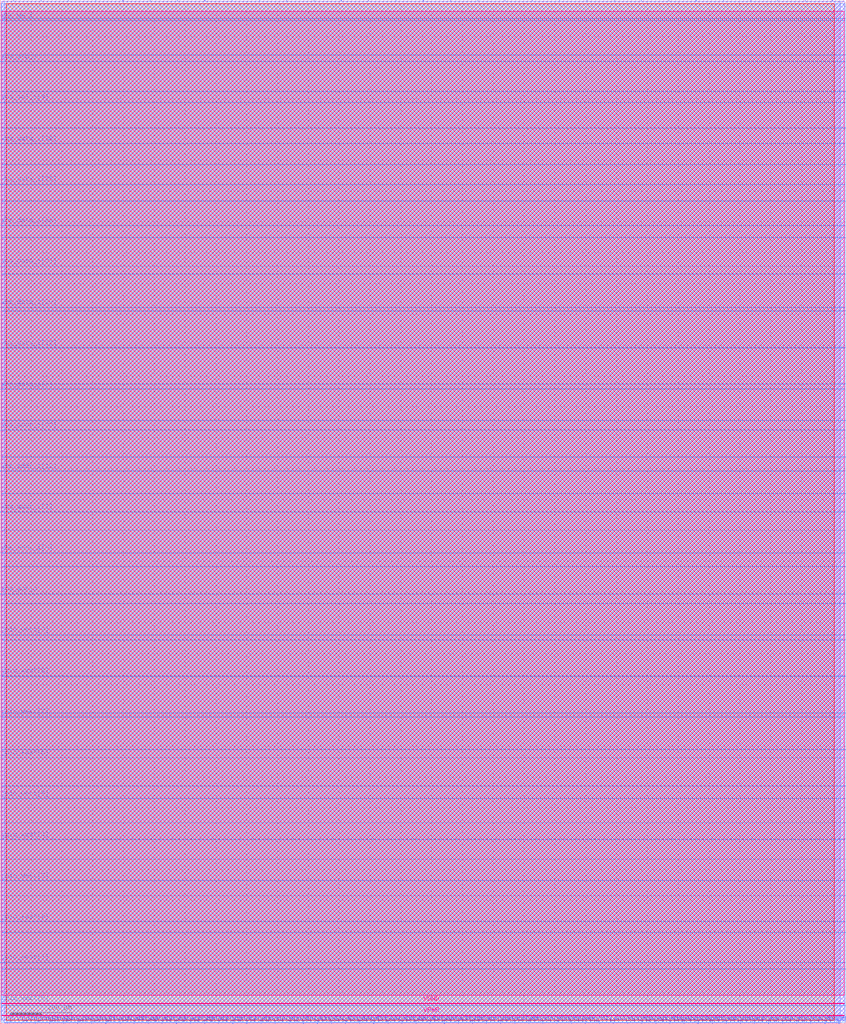
<source format=lef>
VERSION 5.7 ;
  NOWIREEXTENSIONATPIN ON ;
  DIVIDERCHAR "/" ;
  BUSBITCHARS "[]" ;
MACRO fpga
  CLASS BLOCK ;
  FOREIGN fpga ;
  ORIGIN 0.000 0.000 ;
  SIZE 2745.000 BY 3320.000 ;
  PIN gpio_east[0]
    DIRECTION INOUT ;
    PORT
      LAYER met3 ;
        RECT 2741.000 59.200 2745.000 59.800 ;
    END
  END gpio_east[0]
  PIN gpio_east[1]
    DIRECTION INOUT ;
    PORT
      LAYER met3 ;
        RECT 2741.000 177.520 2745.000 178.120 ;
    END
  END gpio_east[1]
  PIN gpio_east[2]
    DIRECTION INOUT ;
    PORT
      LAYER met3 ;
        RECT 2741.000 295.840 2745.000 296.440 ;
    END
  END gpio_east[2]
  PIN gpio_east[3]
    DIRECTION INOUT ;
    PORT
      LAYER met3 ;
        RECT 2741.000 414.840 2745.000 415.440 ;
    END
  END gpio_east[3]
  PIN gpio_east[4]
    DIRECTION INOUT ;
    PORT
      LAYER met3 ;
        RECT 2741.000 533.160 2745.000 533.760 ;
    END
  END gpio_east[4]
  PIN gpio_east[5]
    DIRECTION INOUT ;
    PORT
      LAYER met3 ;
        RECT 2741.000 651.480 2745.000 652.080 ;
    END
  END gpio_east[5]
  PIN gpio_east[6]
    DIRECTION INOUT ;
    PORT
      LAYER met3 ;
        RECT 2741.000 770.480 2745.000 771.080 ;
    END
  END gpio_east[6]
  PIN gpio_east[7]
    DIRECTION INOUT ;
    PORT
      LAYER met3 ;
        RECT 2741.000 888.800 2745.000 889.400 ;
    END
  END gpio_east[7]
  PIN gpio_east[8]
    DIRECTION INOUT ;
    PORT
      LAYER met3 ;
        RECT 2741.000 1007.120 2745.000 1007.720 ;
    END
  END gpio_east[8]
  PIN gpio_east[9]
    DIRECTION INOUT ;
    PORT
      LAYER met3 ;
        RECT 2741.000 1126.120 2745.000 1126.720 ;
    END
  END gpio_east[9]
  PIN gpio_north[0]
    DIRECTION INOUT ;
    PORT
      LAYER met2 ;
        RECT 44.250 3316.000 44.530 3320.000 ;
    END
  END gpio_north[0]
  PIN gpio_north[1]
    DIRECTION INOUT ;
    PORT
      LAYER met2 ;
        RECT 132.570 3316.000 132.850 3320.000 ;
    END
  END gpio_north[1]
  PIN gpio_north[2]
    DIRECTION INOUT ;
    PORT
      LAYER met2 ;
        RECT 220.890 3316.000 221.170 3320.000 ;
    END
  END gpio_north[2]
  PIN gpio_north[3]
    DIRECTION INOUT ;
    PORT
      LAYER met2 ;
        RECT 309.670 3316.000 309.950 3320.000 ;
    END
  END gpio_north[3]
  PIN gpio_north[4]
    DIRECTION INOUT ;
    PORT
      LAYER met2 ;
        RECT 397.990 3316.000 398.270 3320.000 ;
    END
  END gpio_north[4]
  PIN gpio_north[5]
    DIRECTION INOUT ;
    PORT
      LAYER met2 ;
        RECT 486.770 3316.000 487.050 3320.000 ;
    END
  END gpio_north[5]
  PIN gpio_north[6]
    DIRECTION INOUT ;
    PORT
      LAYER met2 ;
        RECT 575.090 3316.000 575.370 3320.000 ;
    END
  END gpio_north[6]
  PIN gpio_north[7]
    DIRECTION INOUT ;
    PORT
      LAYER met2 ;
        RECT 663.870 3316.000 664.150 3320.000 ;
    END
  END gpio_north[7]
  PIN gpio_north[8]
    DIRECTION INOUT ;
    PORT
      LAYER met2 ;
        RECT 752.190 3316.000 752.470 3320.000 ;
    END
  END gpio_north[8]
  PIN gpio_north[9]
    DIRECTION INOUT ;
    PORT
      LAYER met2 ;
        RECT 840.970 3316.000 841.250 3320.000 ;
    END
  END gpio_north[9]
  PIN gpio_south[0]
    DIRECTION INOUT ;
    PORT
      LAYER met2 ;
        RECT 22.630 0.000 22.910 4.000 ;
    END
  END gpio_south[0]
  PIN gpio_south[1]
    DIRECTION INOUT ;
    PORT
      LAYER met2 ;
        RECT 68.170 0.000 68.450 4.000 ;
    END
  END gpio_south[1]
  PIN gpio_south[2]
    DIRECTION INOUT ;
    PORT
      LAYER met2 ;
        RECT 113.710 0.000 113.990 4.000 ;
    END
  END gpio_south[2]
  PIN gpio_south[3]
    DIRECTION INOUT ;
    PORT
      LAYER met2 ;
        RECT 159.710 0.000 159.990 4.000 ;
    END
  END gpio_south[3]
  PIN gpio_south[4]
    DIRECTION INOUT ;
    PORT
      LAYER met2 ;
        RECT 205.250 0.000 205.530 4.000 ;
    END
  END gpio_south[4]
  PIN gpio_south[5]
    DIRECTION INOUT ;
    PORT
      LAYER met2 ;
        RECT 251.250 0.000 251.530 4.000 ;
    END
  END gpio_south[5]
  PIN gpio_south[6]
    DIRECTION INOUT ;
    PORT
      LAYER met2 ;
        RECT 296.790 0.000 297.070 4.000 ;
    END
  END gpio_south[6]
  PIN gpio_south[7]
    DIRECTION INOUT ;
    PORT
      LAYER met2 ;
        RECT 342.790 0.000 343.070 4.000 ;
    END
  END gpio_south[7]
  PIN gpio_west[0]
    DIRECTION INOUT ;
    PORT
      LAYER met3 ;
        RECT 0.000 66.000 4.000 66.600 ;
    END
  END gpio_west[0]
  PIN gpio_west[1]
    DIRECTION INOUT ;
    PORT
      LAYER met3 ;
        RECT 0.000 198.600 4.000 199.200 ;
    END
  END gpio_west[1]
  PIN gpio_west[2]
    DIRECTION INOUT ;
    PORT
      LAYER met3 ;
        RECT 0.000 331.200 4.000 331.800 ;
    END
  END gpio_west[2]
  PIN gpio_west[3]
    DIRECTION INOUT ;
    PORT
      LAYER met3 ;
        RECT 0.000 463.800 4.000 464.400 ;
    END
  END gpio_west[3]
  PIN gpio_west[4]
    DIRECTION INOUT ;
    PORT
      LAYER met3 ;
        RECT 0.000 597.080 4.000 597.680 ;
    END
  END gpio_west[4]
  PIN gpio_west[5]
    DIRECTION INOUT ;
    PORT
      LAYER met3 ;
        RECT 0.000 729.680 4.000 730.280 ;
    END
  END gpio_west[5]
  PIN gpio_west[6]
    DIRECTION INOUT ;
    PORT
      LAYER met3 ;
        RECT 0.000 862.280 4.000 862.880 ;
    END
  END gpio_west[6]
  PIN gpio_west[7]
    DIRECTION INOUT ;
    PORT
      LAYER met3 ;
        RECT 0.000 994.880 4.000 995.480 ;
    END
  END gpio_west[7]
  PIN gpio_west[8]
    DIRECTION INOUT ;
    PORT
      LAYER met3 ;
        RECT 0.000 1128.160 4.000 1128.760 ;
    END
  END gpio_west[8]
  PIN gpio_west[9]
    DIRECTION INOUT ;
    PORT
      LAYER met3 ;
        RECT 0.000 1260.760 4.000 1261.360 ;
    END
  END gpio_west[9]
  PIN wb_clk_i
    DIRECTION INPUT ;
    PORT
      LAYER met2 ;
        RECT 1852.510 0.000 1852.790 4.000 ;
    END
  END wb_clk_i
  PIN wb_rst_i
    DIRECTION INPUT ;
    PORT
      LAYER met2 ;
        RECT 1898.050 0.000 1898.330 4.000 ;
    END
  END wb_rst_i
  PIN wbs_ack_o
    DIRECTION OUTPUT TRISTATE ;
    PORT
      LAYER met3 ;
        RECT 0.000 1393.360 4.000 1393.960 ;
    END
  END wbs_ack_o
  PIN wbs_addr_i[0]
    DIRECTION INPUT ;
    PORT
      LAYER met3 ;
        RECT 0.000 1526.640 4.000 1527.240 ;
    END
  END wbs_addr_i[0]
  PIN wbs_addr_i[10]
    DIRECTION INPUT ;
    PORT
      LAYER met3 ;
        RECT 2741.000 1600.080 2745.000 1600.680 ;
    END
  END wbs_addr_i[10]
  PIN wbs_addr_i[11]
    DIRECTION INPUT ;
    PORT
      LAYER met2 ;
        RECT 2035.130 0.000 2035.410 4.000 ;
    END
  END wbs_addr_i[11]
  PIN wbs_addr_i[12]
    DIRECTION INPUT ;
    PORT
      LAYER met3 ;
        RECT 0.000 1791.840 4.000 1792.440 ;
    END
  END wbs_addr_i[12]
  PIN wbs_addr_i[13]
    DIRECTION INPUT ;
    PORT
      LAYER met2 ;
        RECT 2081.130 0.000 2081.410 4.000 ;
    END
  END wbs_addr_i[13]
  PIN wbs_addr_i[14]
    DIRECTION INPUT ;
    PORT
      LAYER met2 ;
        RECT 2126.670 0.000 2126.950 4.000 ;
    END
  END wbs_addr_i[14]
  PIN wbs_addr_i[15]
    DIRECTION INPUT ;
    PORT
      LAYER met2 ;
        RECT 2172.670 0.000 2172.950 4.000 ;
    END
  END wbs_addr_i[15]
  PIN wbs_addr_i[16]
    DIRECTION INPUT ;
    PORT
      LAYER met3 ;
        RECT 2741.000 1719.080 2745.000 1719.680 ;
    END
  END wbs_addr_i[16]
  PIN wbs_addr_i[17]
    DIRECTION INPUT ;
    PORT
      LAYER met2 ;
        RECT 1195.170 3316.000 1195.450 3320.000 ;
    END
  END wbs_addr_i[17]
  PIN wbs_addr_i[18]
    DIRECTION INPUT ;
    PORT
      LAYER met2 ;
        RECT 1283.490 3316.000 1283.770 3320.000 ;
    END
  END wbs_addr_i[18]
  PIN wbs_addr_i[19]
    DIRECTION INPUT ;
    PORT
      LAYER met3 ;
        RECT 2741.000 1837.400 2745.000 1838.000 ;
    END
  END wbs_addr_i[19]
  PIN wbs_addr_i[1]
    DIRECTION INPUT ;
    PORT
      LAYER met3 ;
        RECT 0.000 1659.240 4.000 1659.840 ;
    END
  END wbs_addr_i[1]
  PIN wbs_addr_i[20]
    DIRECTION INPUT ;
    PORT
      LAYER met2 ;
        RECT 2218.210 0.000 2218.490 4.000 ;
    END
  END wbs_addr_i[20]
  PIN wbs_addr_i[21]
    DIRECTION INPUT ;
    PORT
      LAYER met3 ;
        RECT 2741.000 1955.720 2745.000 1956.320 ;
    END
  END wbs_addr_i[21]
  PIN wbs_addr_i[22]
    DIRECTION INPUT ;
    PORT
      LAYER met3 ;
        RECT 0.000 1924.440 4.000 1925.040 ;
    END
  END wbs_addr_i[22]
  PIN wbs_addr_i[23]
    DIRECTION INPUT ;
    PORT
      LAYER met2 ;
        RECT 1372.270 3316.000 1372.550 3320.000 ;
    END
  END wbs_addr_i[23]
  PIN wbs_addr_i[24]
    DIRECTION INPUT ;
    PORT
      LAYER met2 ;
        RECT 1460.590 3316.000 1460.870 3320.000 ;
    END
  END wbs_addr_i[24]
  PIN wbs_addr_i[25]
    DIRECTION INPUT ;
    PORT
      LAYER met3 ;
        RECT 2741.000 2074.720 2745.000 2075.320 ;
    END
  END wbs_addr_i[25]
  PIN wbs_addr_i[26]
    DIRECTION INPUT ;
    PORT
      LAYER met2 ;
        RECT 1549.370 3316.000 1549.650 3320.000 ;
    END
  END wbs_addr_i[26]
  PIN wbs_addr_i[27]
    DIRECTION INPUT ;
    PORT
      LAYER met3 ;
        RECT 2741.000 2193.040 2745.000 2193.640 ;
    END
  END wbs_addr_i[27]
  PIN wbs_addr_i[28]
    DIRECTION INPUT ;
    PORT
      LAYER met2 ;
        RECT 2264.210 0.000 2264.490 4.000 ;
    END
  END wbs_addr_i[28]
  PIN wbs_addr_i[29]
    DIRECTION INPUT ;
    PORT
      LAYER met3 ;
        RECT 2741.000 2311.360 2745.000 2311.960 ;
    END
  END wbs_addr_i[29]
  PIN wbs_addr_i[2]
    DIRECTION INPUT ;
    PORT
      LAYER met3 ;
        RECT 2741.000 1244.440 2745.000 1245.040 ;
    END
  END wbs_addr_i[2]
  PIN wbs_addr_i[30]
    DIRECTION INPUT ;
    PORT
      LAYER met2 ;
        RECT 1637.690 3316.000 1637.970 3320.000 ;
    END
  END wbs_addr_i[30]
  PIN wbs_addr_i[31]
    DIRECTION INPUT ;
    PORT
      LAYER met3 ;
        RECT 2741.000 2430.360 2745.000 2430.960 ;
    END
  END wbs_addr_i[31]
  PIN wbs_addr_i[3]
    DIRECTION INPUT ;
    PORT
      LAYER met3 ;
        RECT 2741.000 1362.760 2745.000 1363.360 ;
    END
  END wbs_addr_i[3]
  PIN wbs_addr_i[4]
    DIRECTION INPUT ;
    PORT
      LAYER met3 ;
        RECT 2741.000 1481.760 2745.000 1482.360 ;
    END
  END wbs_addr_i[4]
  PIN wbs_addr_i[5]
    DIRECTION INPUT ;
    PORT
      LAYER met2 ;
        RECT 929.290 3316.000 929.570 3320.000 ;
    END
  END wbs_addr_i[5]
  PIN wbs_addr_i[6]
    DIRECTION INPUT ;
    PORT
      LAYER met2 ;
        RECT 1943.590 0.000 1943.870 4.000 ;
    END
  END wbs_addr_i[6]
  PIN wbs_addr_i[7]
    DIRECTION INPUT ;
    PORT
      LAYER met2 ;
        RECT 1018.070 3316.000 1018.350 3320.000 ;
    END
  END wbs_addr_i[7]
  PIN wbs_addr_i[8]
    DIRECTION INPUT ;
    PORT
      LAYER met2 ;
        RECT 1989.590 0.000 1989.870 4.000 ;
    END
  END wbs_addr_i[8]
  PIN wbs_addr_i[9]
    DIRECTION INPUT ;
    PORT
      LAYER met2 ;
        RECT 1106.390 3316.000 1106.670 3320.000 ;
    END
  END wbs_addr_i[9]
  PIN wbs_cyc_i
    DIRECTION INPUT ;
    PORT
      LAYER met3 ;
        RECT 2741.000 2548.680 2745.000 2549.280 ;
    END
  END wbs_cyc_i
  PIN wbs_data_i[0]
    DIRECTION INPUT ;
    PORT
      LAYER met2 ;
        RECT 1726.470 3316.000 1726.750 3320.000 ;
    END
  END wbs_data_i[0]
  PIN wbs_data_i[10]
    DIRECTION INPUT ;
    PORT
      LAYER met2 ;
        RECT 1991.890 3316.000 1992.170 3320.000 ;
    END
  END wbs_data_i[10]
  PIN wbs_data_i[11]
    DIRECTION INPUT ;
    PORT
      LAYER met2 ;
        RECT 2080.670 3316.000 2080.950 3320.000 ;
    END
  END wbs_data_i[11]
  PIN wbs_data_i[12]
    DIRECTION INPUT ;
    PORT
      LAYER met3 ;
        RECT 0.000 2190.320 4.000 2190.920 ;
    END
  END wbs_data_i[12]
  PIN wbs_data_i[13]
    DIRECTION INPUT ;
    PORT
      LAYER met2 ;
        RECT 2168.990 3316.000 2169.270 3320.000 ;
    END
  END wbs_data_i[13]
  PIN wbs_data_i[14]
    DIRECTION INPUT ;
    PORT
      LAYER met2 ;
        RECT 2538.370 0.000 2538.650 4.000 ;
    END
  END wbs_data_i[14]
  PIN wbs_data_i[15]
    DIRECTION INPUT ;
    PORT
      LAYER met3 ;
        RECT 2741.000 2786.000 2745.000 2786.600 ;
    END
  END wbs_data_i[15]
  PIN wbs_data_i[16]
    DIRECTION INPUT ;
    PORT
      LAYER met2 ;
        RECT 2257.770 3316.000 2258.050 3320.000 ;
    END
  END wbs_data_i[16]
  PIN wbs_data_i[17]
    DIRECTION INPUT ;
    PORT
      LAYER met2 ;
        RECT 2346.090 3316.000 2346.370 3320.000 ;
    END
  END wbs_data_i[17]
  PIN wbs_data_i[18]
    DIRECTION INPUT ;
    PORT
      LAYER met3 ;
        RECT 2741.000 2904.320 2745.000 2904.920 ;
    END
  END wbs_data_i[18]
  PIN wbs_data_i[19]
    DIRECTION INPUT ;
    PORT
      LAYER met3 ;
        RECT 2741.000 3022.640 2745.000 3023.240 ;
    END
  END wbs_data_i[19]
  PIN wbs_data_i[1]
    DIRECTION INPUT ;
    PORT
      LAYER met2 ;
        RECT 1814.790 3316.000 1815.070 3320.000 ;
    END
  END wbs_data_i[1]
  PIN wbs_data_i[20]
    DIRECTION INPUT ;
    PORT
      LAYER met3 ;
        RECT 0.000 2322.920 4.000 2323.520 ;
    END
  END wbs_data_i[20]
  PIN wbs_data_i[21]
    DIRECTION INPUT ;
    PORT
      LAYER met3 ;
        RECT 0.000 2456.200 4.000 2456.800 ;
    END
  END wbs_data_i[21]
  PIN wbs_data_i[22]
    DIRECTION INPUT ;
    PORT
      LAYER met3 ;
        RECT 0.000 2588.800 4.000 2589.400 ;
    END
  END wbs_data_i[22]
  PIN wbs_data_i[23]
    DIRECTION INPUT ;
    PORT
      LAYER met3 ;
        RECT 2741.000 3141.640 2745.000 3142.240 ;
    END
  END wbs_data_i[23]
  PIN wbs_data_i[24]
    DIRECTION INPUT ;
    PORT
      LAYER met2 ;
        RECT 2434.870 3316.000 2435.150 3320.000 ;
    END
  END wbs_data_i[24]
  PIN wbs_data_i[25]
    DIRECTION INPUT ;
    PORT
      LAYER met3 ;
        RECT 0.000 2721.400 4.000 2722.000 ;
    END
  END wbs_data_i[25]
  PIN wbs_data_i[26]
    DIRECTION INPUT ;
    PORT
      LAYER met2 ;
        RECT 2523.190 3316.000 2523.470 3320.000 ;
    END
  END wbs_data_i[26]
  PIN wbs_data_i[27]
    DIRECTION INPUT ;
    PORT
      LAYER met3 ;
        RECT 2741.000 3259.960 2745.000 3260.560 ;
    END
  END wbs_data_i[27]
  PIN wbs_data_i[28]
    DIRECTION INPUT ;
    PORT
      LAYER met2 ;
        RECT 2611.970 3316.000 2612.250 3320.000 ;
    END
  END wbs_data_i[28]
  PIN wbs_data_i[29]
    DIRECTION INPUT ;
    PORT
      LAYER met2 ;
        RECT 2584.370 0.000 2584.650 4.000 ;
    END
  END wbs_data_i[29]
  PIN wbs_data_i[2]
    DIRECTION INPUT ;
    PORT
      LAYER met2 ;
        RECT 2309.750 0.000 2310.030 4.000 ;
    END
  END wbs_data_i[2]
  PIN wbs_data_i[30]
    DIRECTION INPUT ;
    PORT
      LAYER met3 ;
        RECT 0.000 2854.000 4.000 2854.600 ;
    END
  END wbs_data_i[30]
  PIN wbs_data_i[31]
    DIRECTION INPUT ;
    PORT
      LAYER met2 ;
        RECT 2629.910 0.000 2630.190 4.000 ;
    END
  END wbs_data_i[31]
  PIN wbs_data_i[3]
    DIRECTION INPUT ;
    PORT
      LAYER met3 ;
        RECT 0.000 2057.720 4.000 2058.320 ;
    END
  END wbs_data_i[3]
  PIN wbs_data_i[4]
    DIRECTION INPUT ;
    PORT
      LAYER met2 ;
        RECT 1903.570 3316.000 1903.850 3320.000 ;
    END
  END wbs_data_i[4]
  PIN wbs_data_i[5]
    DIRECTION INPUT ;
    PORT
      LAYER met2 ;
        RECT 2355.290 0.000 2355.570 4.000 ;
    END
  END wbs_data_i[5]
  PIN wbs_data_i[6]
    DIRECTION INPUT ;
    PORT
      LAYER met2 ;
        RECT 2401.290 0.000 2401.570 4.000 ;
    END
  END wbs_data_i[6]
  PIN wbs_data_i[7]
    DIRECTION INPUT ;
    PORT
      LAYER met3 ;
        RECT 2741.000 2667.000 2745.000 2667.600 ;
    END
  END wbs_data_i[7]
  PIN wbs_data_i[8]
    DIRECTION INPUT ;
    PORT
      LAYER met2 ;
        RECT 2446.830 0.000 2447.110 4.000 ;
    END
  END wbs_data_i[8]
  PIN wbs_data_i[9]
    DIRECTION INPUT ;
    PORT
      LAYER met2 ;
        RECT 2492.830 0.000 2493.110 4.000 ;
    END
  END wbs_data_i[9]
  PIN wbs_data_o[0]
    DIRECTION OUTPUT TRISTATE ;
    PORT
      LAYER met2 ;
        RECT 388.330 0.000 388.610 4.000 ;
    END
  END wbs_data_o[0]
  PIN wbs_data_o[10]
    DIRECTION OUTPUT TRISTATE ;
    PORT
      LAYER met2 ;
        RECT 846.030 0.000 846.310 4.000 ;
    END
  END wbs_data_o[10]
  PIN wbs_data_o[11]
    DIRECTION OUTPUT TRISTATE ;
    PORT
      LAYER met2 ;
        RECT 891.570 0.000 891.850 4.000 ;
    END
  END wbs_data_o[11]
  PIN wbs_data_o[12]
    DIRECTION OUTPUT TRISTATE ;
    PORT
      LAYER met2 ;
        RECT 937.570 0.000 937.850 4.000 ;
    END
  END wbs_data_o[12]
  PIN wbs_data_o[13]
    DIRECTION OUTPUT TRISTATE ;
    PORT
      LAYER met2 ;
        RECT 983.110 0.000 983.390 4.000 ;
    END
  END wbs_data_o[13]
  PIN wbs_data_o[14]
    DIRECTION OUTPUT TRISTATE ;
    PORT
      LAYER met2 ;
        RECT 1028.650 0.000 1028.930 4.000 ;
    END
  END wbs_data_o[14]
  PIN wbs_data_o[15]
    DIRECTION OUTPUT TRISTATE ;
    PORT
      LAYER met2 ;
        RECT 1074.650 0.000 1074.930 4.000 ;
    END
  END wbs_data_o[15]
  PIN wbs_data_o[16]
    DIRECTION OUTPUT TRISTATE ;
    PORT
      LAYER met2 ;
        RECT 1120.190 0.000 1120.470 4.000 ;
    END
  END wbs_data_o[16]
  PIN wbs_data_o[17]
    DIRECTION OUTPUT TRISTATE ;
    PORT
      LAYER met2 ;
        RECT 1166.190 0.000 1166.470 4.000 ;
    END
  END wbs_data_o[17]
  PIN wbs_data_o[18]
    DIRECTION OUTPUT TRISTATE ;
    PORT
      LAYER met2 ;
        RECT 1211.730 0.000 1212.010 4.000 ;
    END
  END wbs_data_o[18]
  PIN wbs_data_o[19]
    DIRECTION OUTPUT TRISTATE ;
    PORT
      LAYER met2 ;
        RECT 1257.730 0.000 1258.010 4.000 ;
    END
  END wbs_data_o[19]
  PIN wbs_data_o[1]
    DIRECTION OUTPUT TRISTATE ;
    PORT
      LAYER met2 ;
        RECT 434.330 0.000 434.610 4.000 ;
    END
  END wbs_data_o[1]
  PIN wbs_data_o[20]
    DIRECTION OUTPUT TRISTATE ;
    PORT
      LAYER met2 ;
        RECT 1303.270 0.000 1303.550 4.000 ;
    END
  END wbs_data_o[20]
  PIN wbs_data_o[21]
    DIRECTION OUTPUT TRISTATE ;
    PORT
      LAYER met2 ;
        RECT 1349.270 0.000 1349.550 4.000 ;
    END
  END wbs_data_o[21]
  PIN wbs_data_o[22]
    DIRECTION OUTPUT TRISTATE ;
    PORT
      LAYER met2 ;
        RECT 1394.810 0.000 1395.090 4.000 ;
    END
  END wbs_data_o[22]
  PIN wbs_data_o[23]
    DIRECTION OUTPUT TRISTATE ;
    PORT
      LAYER met2 ;
        RECT 1440.350 0.000 1440.630 4.000 ;
    END
  END wbs_data_o[23]
  PIN wbs_data_o[24]
    DIRECTION OUTPUT TRISTATE ;
    PORT
      LAYER met2 ;
        RECT 1486.350 0.000 1486.630 4.000 ;
    END
  END wbs_data_o[24]
  PIN wbs_data_o[25]
    DIRECTION OUTPUT TRISTATE ;
    PORT
      LAYER met2 ;
        RECT 1531.890 0.000 1532.170 4.000 ;
    END
  END wbs_data_o[25]
  PIN wbs_data_o[26]
    DIRECTION OUTPUT TRISTATE ;
    PORT
      LAYER met2 ;
        RECT 1577.890 0.000 1578.170 4.000 ;
    END
  END wbs_data_o[26]
  PIN wbs_data_o[27]
    DIRECTION OUTPUT TRISTATE ;
    PORT
      LAYER met2 ;
        RECT 1623.430 0.000 1623.710 4.000 ;
    END
  END wbs_data_o[27]
  PIN wbs_data_o[28]
    DIRECTION OUTPUT TRISTATE ;
    PORT
      LAYER met2 ;
        RECT 1669.430 0.000 1669.710 4.000 ;
    END
  END wbs_data_o[28]
  PIN wbs_data_o[29]
    DIRECTION OUTPUT TRISTATE ;
    PORT
      LAYER met2 ;
        RECT 1714.970 0.000 1715.250 4.000 ;
    END
  END wbs_data_o[29]
  PIN wbs_data_o[2]
    DIRECTION OUTPUT TRISTATE ;
    PORT
      LAYER met2 ;
        RECT 479.870 0.000 480.150 4.000 ;
    END
  END wbs_data_o[2]
  PIN wbs_data_o[30]
    DIRECTION OUTPUT TRISTATE ;
    PORT
      LAYER met2 ;
        RECT 1760.970 0.000 1761.250 4.000 ;
    END
  END wbs_data_o[30]
  PIN wbs_data_o[31]
    DIRECTION OUTPUT TRISTATE ;
    PORT
      LAYER met2 ;
        RECT 1806.510 0.000 1806.790 4.000 ;
    END
  END wbs_data_o[31]
  PIN wbs_data_o[3]
    DIRECTION OUTPUT TRISTATE ;
    PORT
      LAYER met2 ;
        RECT 525.410 0.000 525.690 4.000 ;
    END
  END wbs_data_o[3]
  PIN wbs_data_o[4]
    DIRECTION OUTPUT TRISTATE ;
    PORT
      LAYER met2 ;
        RECT 571.410 0.000 571.690 4.000 ;
    END
  END wbs_data_o[4]
  PIN wbs_data_o[5]
    DIRECTION OUTPUT TRISTATE ;
    PORT
      LAYER met2 ;
        RECT 616.950 0.000 617.230 4.000 ;
    END
  END wbs_data_o[5]
  PIN wbs_data_o[6]
    DIRECTION OUTPUT TRISTATE ;
    PORT
      LAYER met2 ;
        RECT 662.950 0.000 663.230 4.000 ;
    END
  END wbs_data_o[6]
  PIN wbs_data_o[7]
    DIRECTION OUTPUT TRISTATE ;
    PORT
      LAYER met2 ;
        RECT 708.490 0.000 708.770 4.000 ;
    END
  END wbs_data_o[7]
  PIN wbs_data_o[8]
    DIRECTION OUTPUT TRISTATE ;
    PORT
      LAYER met2 ;
        RECT 754.490 0.000 754.770 4.000 ;
    END
  END wbs_data_o[8]
  PIN wbs_data_o[9]
    DIRECTION OUTPUT TRISTATE ;
    PORT
      LAYER met2 ;
        RECT 800.030 0.000 800.310 4.000 ;
    END
  END wbs_data_o[9]
  PIN wbs_sel_i[0]
    DIRECTION INPUT ;
    PORT
      LAYER met2 ;
        RECT 2675.910 0.000 2676.190 4.000 ;
    END
  END wbs_sel_i[0]
  PIN wbs_sel_i[1]
    DIRECTION INPUT ;
    PORT
      LAYER met2 ;
        RECT 2721.450 0.000 2721.730 4.000 ;
    END
  END wbs_sel_i[1]
  PIN wbs_sel_i[2]
    DIRECTION INPUT ;
    PORT
      LAYER met2 ;
        RECT 2700.290 3316.000 2700.570 3320.000 ;
    END
  END wbs_sel_i[2]
  PIN wbs_sel_i[3]
    DIRECTION INPUT ;
    PORT
      LAYER met3 ;
        RECT 0.000 2987.280 4.000 2987.880 ;
    END
  END wbs_sel_i[3]
  PIN wbs_stb_i
    DIRECTION INPUT ;
    PORT
      LAYER met3 ;
        RECT 0.000 3119.880 4.000 3120.480 ;
    END
  END wbs_stb_i
  PIN wbs_we_i
    DIRECTION INPUT ;
    PORT
      LAYER met3 ;
        RECT 0.000 3252.480 4.000 3253.080 ;
    END
  END wbs_we_i
  PIN VPWR
    DIRECTION INPUT ;
    USE POWER ;
    PORT
      LAYER met5 ;
        RECT 5.520 26.490 2739.300 28.090 ;
    END
  END VPWR
  PIN VGND
    DIRECTION INPUT ;
    USE GROUND ;
    PORT
      LAYER met5 ;
        RECT 5.520 64.785 2739.300 66.385 ;
    END
  END VGND
  OBS
      LAYER li1 ;
        RECT 5.520 10.795 2739.300 3307.605 ;
      LAYER met1 ;
        RECT 5.520 10.640 2739.300 3315.640 ;
      LAYER met2 ;
        RECT 13.440 3315.720 43.970 3316.000 ;
        RECT 44.810 3315.720 132.290 3316.000 ;
        RECT 133.130 3315.720 220.610 3316.000 ;
        RECT 221.450 3315.720 309.390 3316.000 ;
        RECT 310.230 3315.720 397.710 3316.000 ;
        RECT 398.550 3315.720 486.490 3316.000 ;
        RECT 487.330 3315.720 574.810 3316.000 ;
        RECT 575.650 3315.720 663.590 3316.000 ;
        RECT 664.430 3315.720 751.910 3316.000 ;
        RECT 752.750 3315.720 840.690 3316.000 ;
        RECT 841.530 3315.720 929.010 3316.000 ;
        RECT 929.850 3315.720 1017.790 3316.000 ;
        RECT 1018.630 3315.720 1106.110 3316.000 ;
        RECT 1106.950 3315.720 1194.890 3316.000 ;
        RECT 1195.730 3315.720 1283.210 3316.000 ;
        RECT 1284.050 3315.720 1371.990 3316.000 ;
        RECT 1372.830 3315.720 1460.310 3316.000 ;
        RECT 1461.150 3315.720 1549.090 3316.000 ;
        RECT 1549.930 3315.720 1637.410 3316.000 ;
        RECT 1638.250 3315.720 1726.190 3316.000 ;
        RECT 1727.030 3315.720 1814.510 3316.000 ;
        RECT 1815.350 3315.720 1903.290 3316.000 ;
        RECT 1904.130 3315.720 1991.610 3316.000 ;
        RECT 1992.450 3315.720 2080.390 3316.000 ;
        RECT 2081.230 3315.720 2168.710 3316.000 ;
        RECT 2169.550 3315.720 2257.490 3316.000 ;
        RECT 2258.330 3315.720 2345.810 3316.000 ;
        RECT 2346.650 3315.720 2434.590 3316.000 ;
        RECT 2435.430 3315.720 2522.910 3316.000 ;
        RECT 2523.750 3315.720 2611.690 3316.000 ;
        RECT 2612.530 3315.720 2700.010 3316.000 ;
        RECT 2700.850 3315.720 2725.410 3316.000 ;
        RECT 13.440 4.280 2725.410 3315.720 ;
        RECT 13.440 4.000 22.350 4.280 ;
        RECT 23.190 4.000 67.890 4.280 ;
        RECT 68.730 4.000 113.430 4.280 ;
        RECT 114.270 4.000 159.430 4.280 ;
        RECT 160.270 4.000 204.970 4.280 ;
        RECT 205.810 4.000 250.970 4.280 ;
        RECT 251.810 4.000 296.510 4.280 ;
        RECT 297.350 4.000 342.510 4.280 ;
        RECT 343.350 4.000 388.050 4.280 ;
        RECT 388.890 4.000 434.050 4.280 ;
        RECT 434.890 4.000 479.590 4.280 ;
        RECT 480.430 4.000 525.130 4.280 ;
        RECT 525.970 4.000 571.130 4.280 ;
        RECT 571.970 4.000 616.670 4.280 ;
        RECT 617.510 4.000 662.670 4.280 ;
        RECT 663.510 4.000 708.210 4.280 ;
        RECT 709.050 4.000 754.210 4.280 ;
        RECT 755.050 4.000 799.750 4.280 ;
        RECT 800.590 4.000 845.750 4.280 ;
        RECT 846.590 4.000 891.290 4.280 ;
        RECT 892.130 4.000 937.290 4.280 ;
        RECT 938.130 4.000 982.830 4.280 ;
        RECT 983.670 4.000 1028.370 4.280 ;
        RECT 1029.210 4.000 1074.370 4.280 ;
        RECT 1075.210 4.000 1119.910 4.280 ;
        RECT 1120.750 4.000 1165.910 4.280 ;
        RECT 1166.750 4.000 1211.450 4.280 ;
        RECT 1212.290 4.000 1257.450 4.280 ;
        RECT 1258.290 4.000 1302.990 4.280 ;
        RECT 1303.830 4.000 1348.990 4.280 ;
        RECT 1349.830 4.000 1394.530 4.280 ;
        RECT 1395.370 4.000 1440.070 4.280 ;
        RECT 1440.910 4.000 1486.070 4.280 ;
        RECT 1486.910 4.000 1531.610 4.280 ;
        RECT 1532.450 4.000 1577.610 4.280 ;
        RECT 1578.450 4.000 1623.150 4.280 ;
        RECT 1623.990 4.000 1669.150 4.280 ;
        RECT 1669.990 4.000 1714.690 4.280 ;
        RECT 1715.530 4.000 1760.690 4.280 ;
        RECT 1761.530 4.000 1806.230 4.280 ;
        RECT 1807.070 4.000 1852.230 4.280 ;
        RECT 1853.070 4.000 1897.770 4.280 ;
        RECT 1898.610 4.000 1943.310 4.280 ;
        RECT 1944.150 4.000 1989.310 4.280 ;
        RECT 1990.150 4.000 2034.850 4.280 ;
        RECT 2035.690 4.000 2080.850 4.280 ;
        RECT 2081.690 4.000 2126.390 4.280 ;
        RECT 2127.230 4.000 2172.390 4.280 ;
        RECT 2173.230 4.000 2217.930 4.280 ;
        RECT 2218.770 4.000 2263.930 4.280 ;
        RECT 2264.770 4.000 2309.470 4.280 ;
        RECT 2310.310 4.000 2355.010 4.280 ;
        RECT 2355.850 4.000 2401.010 4.280 ;
        RECT 2401.850 4.000 2446.550 4.280 ;
        RECT 2447.390 4.000 2492.550 4.280 ;
        RECT 2493.390 4.000 2538.090 4.280 ;
        RECT 2538.930 4.000 2584.090 4.280 ;
        RECT 2584.930 4.000 2629.630 4.280 ;
        RECT 2630.470 4.000 2675.630 4.280 ;
        RECT 2676.470 4.000 2721.170 4.280 ;
        RECT 2722.010 4.000 2725.410 4.280 ;
      LAYER met3 ;
        RECT 4.000 3260.960 2741.000 3307.685 ;
        RECT 4.000 3259.560 2740.600 3260.960 ;
        RECT 4.000 3253.480 2741.000 3259.560 ;
        RECT 4.400 3252.080 2741.000 3253.480 ;
        RECT 4.000 3142.640 2741.000 3252.080 ;
        RECT 4.000 3141.240 2740.600 3142.640 ;
        RECT 4.000 3120.880 2741.000 3141.240 ;
        RECT 4.400 3119.480 2741.000 3120.880 ;
        RECT 4.000 3023.640 2741.000 3119.480 ;
        RECT 4.000 3022.240 2740.600 3023.640 ;
        RECT 4.000 2988.280 2741.000 3022.240 ;
        RECT 4.400 2986.880 2741.000 2988.280 ;
        RECT 4.000 2905.320 2741.000 2986.880 ;
        RECT 4.000 2903.920 2740.600 2905.320 ;
        RECT 4.000 2855.000 2741.000 2903.920 ;
        RECT 4.400 2853.600 2741.000 2855.000 ;
        RECT 4.000 2787.000 2741.000 2853.600 ;
        RECT 4.000 2785.600 2740.600 2787.000 ;
        RECT 4.000 2722.400 2741.000 2785.600 ;
        RECT 4.400 2721.000 2741.000 2722.400 ;
        RECT 4.000 2668.000 2741.000 2721.000 ;
        RECT 4.000 2666.600 2740.600 2668.000 ;
        RECT 4.000 2589.800 2741.000 2666.600 ;
        RECT 4.400 2588.400 2741.000 2589.800 ;
        RECT 4.000 2549.680 2741.000 2588.400 ;
        RECT 4.000 2548.280 2740.600 2549.680 ;
        RECT 4.000 2457.200 2741.000 2548.280 ;
        RECT 4.400 2455.800 2741.000 2457.200 ;
        RECT 4.000 2431.360 2741.000 2455.800 ;
        RECT 4.000 2429.960 2740.600 2431.360 ;
        RECT 4.000 2323.920 2741.000 2429.960 ;
        RECT 4.400 2322.520 2741.000 2323.920 ;
        RECT 4.000 2312.360 2741.000 2322.520 ;
        RECT 4.000 2310.960 2740.600 2312.360 ;
        RECT 4.000 2194.040 2741.000 2310.960 ;
        RECT 4.000 2192.640 2740.600 2194.040 ;
        RECT 4.000 2191.320 2741.000 2192.640 ;
        RECT 4.400 2189.920 2741.000 2191.320 ;
        RECT 4.000 2075.720 2741.000 2189.920 ;
        RECT 4.000 2074.320 2740.600 2075.720 ;
        RECT 4.000 2058.720 2741.000 2074.320 ;
        RECT 4.400 2057.320 2741.000 2058.720 ;
        RECT 4.000 1956.720 2741.000 2057.320 ;
        RECT 4.000 1955.320 2740.600 1956.720 ;
        RECT 4.000 1925.440 2741.000 1955.320 ;
        RECT 4.400 1924.040 2741.000 1925.440 ;
        RECT 4.000 1838.400 2741.000 1924.040 ;
        RECT 4.000 1837.000 2740.600 1838.400 ;
        RECT 4.000 1792.840 2741.000 1837.000 ;
        RECT 4.400 1791.440 2741.000 1792.840 ;
        RECT 4.000 1720.080 2741.000 1791.440 ;
        RECT 4.000 1718.680 2740.600 1720.080 ;
        RECT 4.000 1660.240 2741.000 1718.680 ;
        RECT 4.400 1658.840 2741.000 1660.240 ;
        RECT 4.000 1601.080 2741.000 1658.840 ;
        RECT 4.000 1599.680 2740.600 1601.080 ;
        RECT 4.000 1527.640 2741.000 1599.680 ;
        RECT 4.400 1526.240 2741.000 1527.640 ;
        RECT 4.000 1482.760 2741.000 1526.240 ;
        RECT 4.000 1481.360 2740.600 1482.760 ;
        RECT 4.000 1394.360 2741.000 1481.360 ;
        RECT 4.400 1392.960 2741.000 1394.360 ;
        RECT 4.000 1363.760 2741.000 1392.960 ;
        RECT 4.000 1362.360 2740.600 1363.760 ;
        RECT 4.000 1261.760 2741.000 1362.360 ;
        RECT 4.400 1260.360 2741.000 1261.760 ;
        RECT 4.000 1245.440 2741.000 1260.360 ;
        RECT 4.000 1244.040 2740.600 1245.440 ;
        RECT 4.000 1129.160 2741.000 1244.040 ;
        RECT 4.400 1127.760 2741.000 1129.160 ;
        RECT 4.000 1127.120 2741.000 1127.760 ;
        RECT 4.000 1125.720 2740.600 1127.120 ;
        RECT 4.000 1008.120 2741.000 1125.720 ;
        RECT 4.000 1006.720 2740.600 1008.120 ;
        RECT 4.000 995.880 2741.000 1006.720 ;
        RECT 4.400 994.480 2741.000 995.880 ;
        RECT 4.000 889.800 2741.000 994.480 ;
        RECT 4.000 888.400 2740.600 889.800 ;
        RECT 4.000 863.280 2741.000 888.400 ;
        RECT 4.400 861.880 2741.000 863.280 ;
        RECT 4.000 771.480 2741.000 861.880 ;
        RECT 4.000 770.080 2740.600 771.480 ;
        RECT 4.000 730.680 2741.000 770.080 ;
        RECT 4.400 729.280 2741.000 730.680 ;
        RECT 4.000 652.480 2741.000 729.280 ;
        RECT 4.000 651.080 2740.600 652.480 ;
        RECT 4.000 598.080 2741.000 651.080 ;
        RECT 4.400 596.680 2741.000 598.080 ;
        RECT 4.000 534.160 2741.000 596.680 ;
        RECT 4.000 532.760 2740.600 534.160 ;
        RECT 4.000 464.800 2741.000 532.760 ;
        RECT 4.400 463.400 2741.000 464.800 ;
        RECT 4.000 415.840 2741.000 463.400 ;
        RECT 4.000 414.440 2740.600 415.840 ;
        RECT 4.000 332.200 2741.000 414.440 ;
        RECT 4.400 330.800 2741.000 332.200 ;
        RECT 4.000 296.840 2741.000 330.800 ;
        RECT 4.000 295.440 2740.600 296.840 ;
        RECT 4.000 199.600 2741.000 295.440 ;
        RECT 4.400 198.200 2741.000 199.600 ;
        RECT 4.000 178.520 2741.000 198.200 ;
        RECT 4.000 177.120 2740.600 178.520 ;
        RECT 4.000 67.000 2741.000 177.120 ;
        RECT 4.400 65.600 2741.000 67.000 ;
        RECT 4.000 60.200 2741.000 65.600 ;
        RECT 4.000 58.800 2740.600 60.200 ;
        RECT 4.000 4.255 2741.000 58.800 ;
      LAYER met4 ;
        RECT 18.905 10.640 2706.705 3307.760 ;
      LAYER met5 ;
        RECT 5.520 92.700 2739.300 3283.165 ;
  END
END fpga
END LIBRARY


</source>
